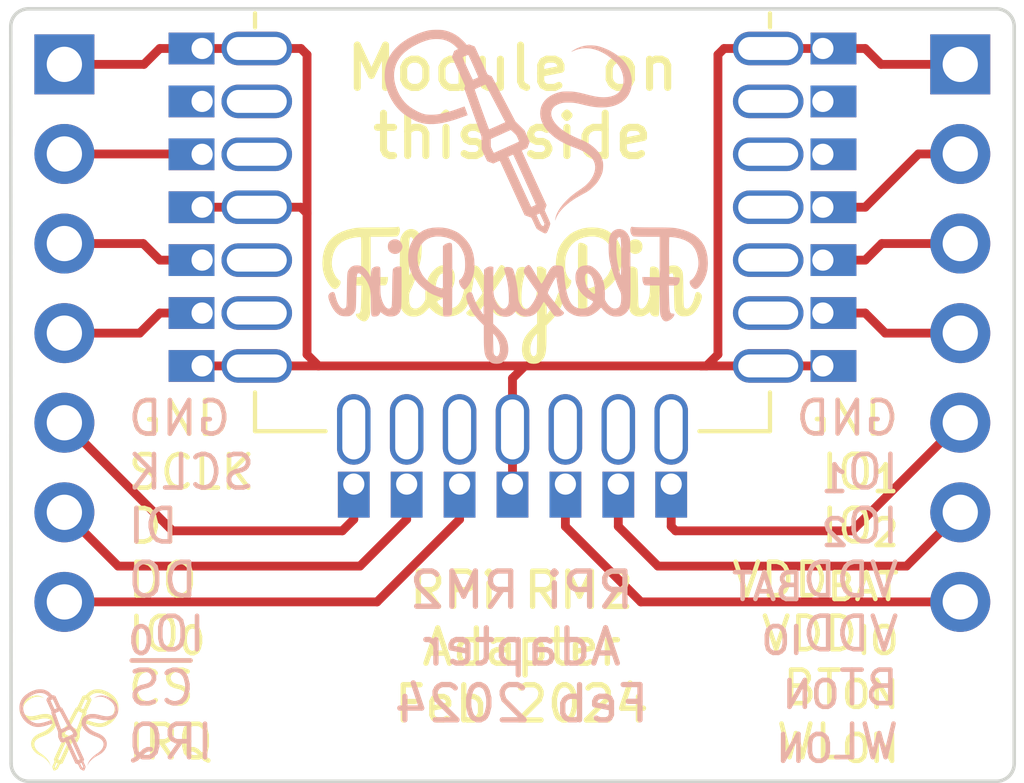
<source format=kicad_pcb>
(kicad_pcb (version 20211014) (generator pcbnew)
  (layers (0 "F.Cu" signal) (31 "B.Cu" signal) (34 "B.Paste" user) (35 "F.Paste" user) (36 "B.SilkS" user "B.Silkscreen") (37 "F.SilkS" user "F.Silkscreen") (38 "B.Mask" user) (39 "F.Mask" user) (44 "Edge.Cuts" user))
  (net 0 "")
  (net 1 "/GND")
  (net 3 "/SCLK")
  (net 4 "/DI")
  (net 5 "/DO")
  (net 6 "/GPIO0")
  (net 7 "/~{CS}")
  (net 8 "/IRQ")
  (net 9 "/WLON")
  (net 10 "/BTON")
  (net 11 "/VDDIO")
  (net 12 "/VDDBAT")
  (net 13 "/GPIO2")
  (net 14 "/GPIO1")
  (footprint "Fiducial:Fiducial_0.5mm_Mask1.5mm" (layer "F.Cu") (at 148.075 83.875)
    (fp_text reference "REF**" hide)
    (fp_text value "Fiducial_0.5mm_Mask1.5mm" hide)
  )
  (footprint "FlexyPin:FlexyPin_1x07_P1.50mm" (layer "F.Cu") (at 139.275 81.325)
    (fp_text reference "J2" hide)
    (fp_text value "Conn_01x07" hide)
    (pad "" thru_hole oval locked (at 1.55 6) (size 2 0.95) (drill oval 1.7 0.65) (layers *.Cu *.Mask))
    (pad "" thru_hole oval locked (at 1.55 3) (size 2 0.95) (drill oval 1.7 0.65) (layers *.Cu *.Mask))
    (pad "" thru_hole oval locked (at 1.55 1.5) (size 2 0.95) (drill oval 1.7 0.65) (layers *.Cu *.Mask))
    (pad "" thru_hole oval locked (at 1.55 7.5) (size 2 0.95) (drill oval 1.7 0.65) (layers *.Cu *.Mask))
    (pad "1" thru_hole rect locked (at 0 0) (size 1.3 0.9) (drill 0.6 (offset -0.3 0)) (layers *.Cu *.Mask) (net 1 "/GND"))
    (pad "1" thru_hole oval locked (at 1.55 0) (size 2 0.95) (drill oval 1.7 0.65) (layers *.Cu *.Mask) (net 1 "/GND"))
    (pad "2" thru_hole rect locked (at 0 1.5) (size 1.3 0.9) (drill 0.6 (offset -0.3 0)) (layers *.Cu *.Mask))
    (pad "3" thru_hole rect locked (at 0 3) (size 1.3 0.9) (drill 0.6 (offset -0.3 0)) (layers *.Cu *.Mask) (net 3 "/SCLK"))
    (pad "4" thru_hole rect locked (at 0 4.5) (size 1.3 0.9) (drill 0.6 (offset -0.3 0)) (layers *.Cu *.Mask) (net 1 "/GND"))
    (pad "4" thru_hole oval locked (at 1.55 4.5) (size 2 0.95) (drill oval 1.7 0.65) (layers *.Cu *.Mask) (net 1 "/GND"))
    (pad "5" thru_hole rect locked (at 0 6) (size 1.3 0.9) (drill 0.6 (offset -0.3 0)) (layers *.Cu *.Mask) (net 4 "/DI"))
    (pad "6" thru_hole rect locked (at 0 7.5) (size 1.3 0.9) (drill 0.6 (offset -0.3 0)) (layers *.Cu *.Mask) (net 5 "/DO"))
    (pad "7" thru_hole oval locked (at 1.55 9) (size 2 0.95) (drill oval 1.7 0.65) (layers *.Cu *.Mask) (net 1 "/GND"))
    (pad "7" thru_hole rect locked (at 0 9) (size 1.3 0.9) (drill 0.6 (offset -0.3 0)) (layers *.Cu *.Mask) (net 1 "/GND"))
  )
  (footprint "FlexyPin:FlexyPin_1x07_P1.50mm" (layer "F.Cu") (at 143.575 93.675 90)
    (fp_text reference "J3" hide)
    (fp_text value "Conn_01x07" hide)
    (pad "" thru_hole oval locked (at 1.55 3 90) (size 2 0.95) (drill oval 1.7 0.65) (layers *.Cu *.Mask))
    (pad "" thru_hole oval locked (at 1.55 7.5 90) (size 2 0.95) (drill oval 1.7 0.65) (layers *.Cu *.Mask))
    (pad "" thru_hole oval locked (at 1.55 9 90) (size 2 0.95) (drill oval 1.7 0.65) (layers *.Cu *.Mask))
    (pad "" thru_hole oval locked (at 1.55 6 90) (size 2 0.95) (drill oval 1.7 0.65) (layers *.Cu *.Mask))
    (pad "" thru_hole oval locked (at 1.55 1.5 90) (size 2 0.95) (drill oval 1.7 0.65) (layers *.Cu *.Mask))
    (pad "" thru_hole oval locked (at 1.55 0 90) (size 2 0.95) (drill oval 1.7 0.65) (layers *.Cu *.Mask))
    (pad "1" thru_hole rect locked (at 0 0 90) (size 1.3 0.9) (drill 0.6 (offset -0.3 0)) (layers *.Cu *.Mask) (net 6 "/GPIO0"))
    (pad "2" thru_hole rect locked (at 0 1.5 90) (size 1.3 0.9) (drill 0.6 (offset -0.3 0)) (layers *.Cu *.Mask) (net 7 "/~{CS}"))
    (pad "3" thru_hole rect locked (at 0 3 90) (size 1.3 0.9) (drill 0.6 (offset -0.3 0)) (layers *.Cu *.Mask) (net 8 "/IRQ"))
    (pad "4" thru_hole oval locked (at 1.55 4.5 90) (size 2 0.95) (drill oval 1.7 0.65) (layers *.Cu *.Mask) (net 1 "/GND"))
    (pad "4" thru_hole rect locked (at 0 4.5 90) (size 1.3 0.9) (drill 0.6 (offset -0.3 0)) (layers *.Cu *.Mask) (net 1 "/GND"))
    (pad "5" thru_hole rect locked (at 0 6 90) (size 1.3 0.9) (drill 0.6 (offset -0.3 0)) (layers *.Cu *.Mask) (net 9 "/WLON"))
    (pad "6" thru_hole rect locked (at 0 7.5 90) (size 1.3 0.9) (drill 0.6 (offset -0.3 0)) (layers *.Cu *.Mask) (net 10 "/BTON"))
    (pad "7" thru_hole rect locked (at 0 9 90) (size 1.3 0.9) (drill 0.6 (offset -0.3 0)) (layers *.Cu *.Mask) (net 11 "/VDDIO"))
  )
  (footprint "FlexyPin:FlexyPin_1x07_P1.50mm" (layer "F.Cu") (at 156.875 90.325 180)
    (fp_text reference "J4" hide)
    (fp_text value "Conn_01x07" hide)
    (pad "" thru_hole oval locked (at 1.55 6 180) (size 2 0.95) (drill oval 1.7 0.65) (layers *.Cu *.Mask))
    (pad "" thru_hole oval locked (at 1.55 1.5 180) (size 2 0.95) (drill oval 1.7 0.65) (layers *.Cu *.Mask))
    (pad "" thru_hole oval locked (at 1.55 3 180) (size 2 0.95) (drill oval 1.7 0.65) (layers *.Cu *.Mask))
    (pad "" thru_hole oval locked (at 1.55 4.5 180) (size 2 0.95) (drill oval 1.7 0.65) (layers *.Cu *.Mask))
    (pad "" thru_hole oval locked (at 1.55 7.5 180) (size 2 0.95) (drill oval 1.7 0.65) (layers *.Cu *.Mask))
    (pad "1" thru_hole oval locked (at 1.55 0 180) (size 2 0.95) (drill oval 1.7 0.65) (layers *.Cu *.Mask) (net 1 "/GND"))
    (pad "1" thru_hole rect locked (at 0 0 180) (size 1.3 0.9) (drill 0.6 (offset -0.3 0)) (layers *.Cu *.Mask) (net 1 "/GND"))
    (pad "2" thru_hole rect locked (at 0 1.5 180) (size 1.3 0.9) (drill 0.6 (offset -0.3 0)) (layers *.Cu *.Mask) (net 12 "/VDDBAT"))
    (pad "3" thru_hole rect locked (at 0 3 180) (size 1.3 0.9) (drill 0.6 (offset -0.3 0)) (layers *.Cu *.Mask) (net 13 "/GPIO2"))
    (pad "4" thru_hole rect locked (at 0 4.5 180) (size 1.3 0.9) (drill 0.6 (offset -0.3 0)) (layers *.Cu *.Mask) (net 14 "/GPIO1"))
    (pad "5" thru_hole rect locked (at 0 6 180) (size 1.3 0.9) (drill 0.6 (offset -0.3 0)) (layers *.Cu *.Mask))
    (pad "6" thru_hole rect locked (at 0 7.5 180) (size 1.3 0.9) (drill 0.6 (offset -0.3 0)) (layers *.Cu *.Mask))
    (pad "7" thru_hole rect locked (at 0 9 180) (size 1.3 0.9) (drill 0.6 (offset -0.3 0)) (layers *.Cu *.Mask) (net 1 "/GND"))
    (pad "7" thru_hole oval locked (at 1.55 9 180) (size 2 0.95) (drill oval 1.7 0.65) (layers *.Cu *.Mask) (net 1 "/GND"))
  )
  (footprint "Symbols_Extra:SolderParty-New-Logo_3x2.5mm_SilkScreen" (layer "F.Cu") (at 135.6 100.55)
    (fp_text reference "G***" hide)
    (fp_text value "LOGO" hide)
  )
  (footprint "LOGO" (layer "F.Cu") (at 148.075 88.325)
    (fp_text reference "G***" hide)
    (fp_text value "LOGO" hide)
  )
  (footprint "Connector_PinHeader_2.54mm:PinHeader_1x07_P2.54mm_Vertical" (layer "B.Cu") (at 160.77 81.775 180)
    (fp_text reference "J10" hide)
    (fp_text value "Conn_01x07" hide)
    (pad "1" thru_hole rect (at 0 0 180) (size 1.7 1.7) (drill 1) (layers *.Cu *.Mask) (net 1 "/GND"))
    (pad "2" thru_hole oval (at 0 -2.54 180) (size 1.7 1.7) (drill 1) (layers *.Cu *.Mask) (net 14 "/GPIO1"))
    (pad "3" thru_hole oval (at 0 -5.08 180) (size 1.7 1.7) (drill 1) (layers *.Cu *.Mask) (net 13 "/GPIO2"))
    (pad "4" thru_hole oval (at 0 -7.62 180) (size 1.7 1.7) (drill 1) (layers *.Cu *.Mask) (net 12 "/VDDBAT"))
    (pad "5" thru_hole oval (at 0 -10.16 180) (size 1.7 1.7) (drill 1) (layers *.Cu *.Mask) (net 11 "/VDDIO"))
    (pad "6" thru_hole oval (at 0 -12.7 180) (size 1.7 1.7) (drill 1) (layers *.Cu *.Mask) (net 10 "/BTON"))
    (pad "7" thru_hole oval (at 0 -15.24 180) (size 1.7 1.7) (drill 1) (layers *.Cu *.Mask) (net 9 "/WLON"))
  )
  (footprint "LOGO" (layer "B.Cu") (at 148.225 88.325 180)
    (fp_text reference "G***" hide)
    (fp_text value "LOGO" hide)
  )
  (footprint "Connector_PinHeader_2.54mm:PinHeader_1x07_P2.54mm_Vertical" (layer "B.Cu") (at 135.37 81.775 180)
    (fp_text reference "J1" hide)
    (fp_text value "Conn_01x07" hide)
    (pad "1" thru_hole rect (at 0 0 180) (size 1.7 1.7) (drill 1) (layers *.Cu *.Mask) (net 1 "/GND"))
    (pad "2" thru_hole oval (at 0 -2.54 180) (size 1.7 1.7) (drill 1) (layers *.Cu *.Mask) (net 3 "/SCLK"))
    (pad "3" thru_hole oval (at 0 -5.08 180) (size 1.7 1.7) (drill 1) (layers *.Cu *.Mask) (net 4 "/DI"))
    (pad "4" thru_hole oval (at 0 -7.62 180) (size 1.7 1.7) (drill 1) (layers *.Cu *.Mask) (net 5 "/DO"))
    (pad "5" thru_hole oval (at 0 -10.16 180) (size 1.7 1.7) (drill 1) (layers *.Cu *.Mask) (net 6 "/GPIO0"))
    (pad "6" thru_hole oval (at 0 -12.7 180) (size 1.7 1.7) (drill 1) (layers *.Cu *.Mask) (net 7 "/~{CS}"))
    (pad "7" thru_hole oval (at 0 -15.24 180) (size 1.7 1.7) (drill 1) (layers *.Cu *.Mask) (net 8 "/IRQ"))
  )
  (footprint "Symbols_Extra:SolderParty-New-Logo_7.5x6.4mm_SilkScreen" (layer "B.Cu") (at 147.714739 83.439 180)
    (fp_text reference "G***" hide)
    (fp_text value "LOGO" hide)
  )
  (footprint "Symbols_Extra:SolderParty-New-Logo_3x2.5mm_SilkScreen" (layer "B.Cu") (at 135.4 100.55 180)
    (fp_text reference "G***" hide)
    (fp_text value "LOGO" hide)
  )
  (gr_line (start 140.775 80.725) (end 140.775 80.325) (layer "F.SilkS") (width 0.12))
  (gr_line (start 155.375 92.175) (end 153.375 92.175) (layer "F.SilkS") (width 0.12))
  (gr_line (start 140.775 92.175) (end 142.775 92.175) (layer "F.SilkS") (width 0.12))
  (gr_line (start 155.375 80.725) (end 155.375 80.325) (layer "F.SilkS") (width 0.12))
  (gr_line (start 155.375 92.175) (end 155.375 91.075) (layer "F.SilkS") (width 0.12))
  (gr_line (start 140.775 92.175) (end 140.775 91.075) (layer "F.SilkS") (width 0.12))
  (gr_line (start 134.35 80.2) (end 161.8 80.2) (layer "Edge.Cuts") (width 0.1))
  (gr_line (start 161.8 102.1) (end 134.36 102.1) (layer "Edge.Cuts") (width 0.1))
  (gr_arc (start 161.8 80.2) (mid 162.153553 80.346447) (end 162.3 80.7) (layer "Edge.Cuts") (width 0.1))
  (gr_line (start 162.3 80.7) (end 162.3 101.6) (layer "Edge.Cuts") (width 0.1))
  (gr_arc (start 134.36 102.1) (mid 134.006447 101.953553) (end 133.86 101.6) (layer "Edge.Cuts") (width 0.1))
  (gr_line (start 133.86 101.6) (end 133.85 80.7) (layer "Edge.Cuts") (width 0.1))
  (gr_arc (start 133.85 80.7) (mid 133.996447 80.346447) (end 134.35 80.2) (layer "Edge.Cuts") (width 0.1))
  (gr_arc (start 162.3 101.6) (mid 162.153553 101.953553) (end 161.8 102.1) (layer "Edge.Cuts") (width 0.1))
  (gr_text "RPi RM2\nAdapter\nFeb 2024" (at 148.333079 98.293467) (layer "B.SilkS") (effects (font (size 1 1)) (justify mirror)))
  (gr_text "GND\nIO_{1}\nIO_{2}\nVDD_{BAT}\nVDD_{IO}\nBT_{ON}\nWL_{ON}" (at 159.1 96.393) (layer "B.SilkS") (effects (font (size 0.95 0.95) (thickness 0.13)) (justify left mirror)))
  (gr_text "GND\nSCLK\nDI\nDO\nIO_{0}\n~{CS}\nIRQ" (at 137.1 96.396848) (layer "B.SilkS") (effects (font (size 0.95 0.95) (thickness 0.13)) (justify right mirror)))
  (gr_text "GND\nSCLK\nDI\nDO\nIO_{0}\n~{CS}\nIRQ" (at 137.102449 96.4) (layer "F.SilkS") (effects (font (size 0.95 0.95) (thickness 0.13)) (justify left)))
  (gr_text "Module on\nthis side" (at 148.075 82.85) (layer "F.SilkS") (effects (font (size 1.2 1.2) (thickness 0.2) bold)))
  (gr_text "GND\nIO_{1}\nIO_{2}\nVDD_{BAT}\nVDD_{IO}\nBT_{ON}\nWL_{ON}" (at 159.1 96.393) (layer "F.SilkS") (effects (font (size 0.95 0.95) (thickness 0.13)) (justify right)))
  (gr_text "RPi RM2\nAdapter\nFeb 2024" (at 148.336 98.298) (layer "F.SilkS") (effects (font (size 1 1))))
  (segment (start 140.825 90.325) (end 142.575 90.325) (width 0.25) (layer "F.Cu") (net 1))
  (segment (start 154.075 81.325) (end 153.9 81.5) (width 0.25) (layer "F.Cu") (net 1))
  (segment (start 138.075 81.325) (end 137.625 81.775) (width 0.25) (layer "F.Cu") (net 1))
  (segment (start 137.625 81.775) (end 135.37 81.775) (width 0.25) (layer "F.Cu") (net 1))
  (segment (start 139.275 81.325) (end 138.075 81.325) (width 0.25) (layer "F.Cu") (net 1))
  (segment (start 148.425 90.325) (end 153.425 90.325) (width 0.25) (layer "F.Cu") (net 1))
  (segment (start 148.075 90.675) (end 148.425 90.325) (width 0.25) (layer "F.Cu") (net 1))
  (segment (start 140.825 81.325) (end 142.075 81.325) (width 0.25) (layer "F.Cu") (net 1))
  (segment (start 142.575 90.325) (end 148.425 90.325) (width 0.25) (layer "F.Cu") (net 1))
  (segment (start 156.875 90.325) (end 155.325 90.325) (width 0.25) (layer "F.Cu") (net 1))
  (segment (start 148.075 92.125) (end 148.075 90.675) (width 0.25) (layer "F.Cu") (net 1))
  (segment (start 142.25 86) (end 142.25 90) (width 0.25) (layer "F.Cu") (net 1))
  (segment (start 142.075 81.325) (end 142.25 81.5) (width 0.25) (layer "F.Cu") (net 1))
  (segment (start 140.825 85.825) (end 142.075 85.825) (width 0.25) (layer "F.Cu") (net 1))
  (segment (start 156.875 81.325) (end 155.325 81.325) (width 0.25) (layer "F.Cu") (net 1))
  (segment (start 156.875 81.325) (end 158.075 81.325) (width 0.25) (layer "F.Cu") (net 1))
  (segment (start 142.25 81.5) (end 142.25 86) (width 0.25) (layer "F.Cu") (net 1))
  (segment (start 139.275 81.325) (end 140.825 81.325) (width 0.25) (layer "F.Cu") (net 1))
  (segment (start 139.275 85.825) (end 140.825 85.825) (width 0.25) (layer "F.Cu") (net 1))
  (segment (start 158.075 81.325) (end 158.525 81.775) (width 0.25) (layer "F.Cu") (net 1))
  (segment (start 153.575 90.325) (end 153.425 90.325) (width 0.25) (layer "F.Cu") (net 1))
  (segment (start 158.525 81.775) (end 160.77 81.775) (width 0.25) (layer "F.Cu") (net 1))
  (segment (start 139.275 90.325) (end 140.825 90.325) (width 0.25) (layer "F.Cu") (net 1))
  (segment (start 153.425 90.325) (end 155.325 90.325) (width 0.25) (layer "F.Cu") (net 1))
  (segment (start 155.325 81.325) (end 154.075 81.325) (width 0.25) (layer "F.Cu") (net 1))
  (segment (start 153.9 90) (end 153.575 90.325) (width 0.25) (layer "F.Cu") (net 1))
  (segment (start 153.9 81.5) (end 153.9 90) (width 0.25) (layer "F.Cu") (net 1))
  (segment (start 148.075 93.675) (end 148.075 92.125) (width 0.25) (layer "F.Cu") (net 1))
  (segment (start 142.25 90) (end 142.575 90.325) (width 0.25) (layer "F.Cu") (net 1))
  (segment (start 142.075 85.825) (end 142.25 86) (width 0.25) (layer "F.Cu") (net 1))
  (segment (start 139.265 84.315) (end 135.37 84.315) (width 0.25) (layer "F.Cu") (net 3))
  (segment (start 139.275 84.325) (end 139.265 84.315) (width 0.25) (layer "F.Cu") (net 3))
  (segment (start 138.075 87.325) (end 137.605 86.855) (width 0.25) (layer "F.Cu") (net 4))
  (segment (start 137.605 86.855) (end 135.37 86.855) (width 0.25) (layer "F.Cu") (net 4))
  (segment (start 139.275 87.325) (end 138.075 87.325) (width 0.25) (layer "F.Cu") (net 4))
  (segment (start 138.075 88.825) (end 137.505 89.395) (width 0.25) (layer "F.Cu") (net 5))
  (segment (start 139.275 88.825) (end 138.075 88.825) (width 0.25) (layer "F.Cu") (net 5))
  (segment (start 137.505 89.395) (end 135.37 89.395) (width 0.25) (layer "F.Cu") (net 5))
  (segment (start 143.25 95) (end 138.435 95) (width 0.25) (layer "F.Cu") (net 6))
  (segment (start 143.575 94.675) (end 143.25 95) (width 0.25) (layer "F.Cu") (net 6))
  (segment (start 143.575 93.675) (end 143.575 94.675) (width 0.25) (layer "F.Cu") (net 6))
  (segment (start 138.435 95) (end 135.37 91.935) (width 0.25) (layer "F.Cu") (net 6))
  (segment (start 145.075 93.675) (end 145.075 94.675) (width 0.25) (layer "F.Cu") (net 7))
  (segment (start 143.75 96) (end 136.895 96) (width 0.25) (layer "F.Cu") (net 7))
  (segment (start 145.075 94.675) (end 143.75 96) (width 0.25) (layer "F.Cu") (net 7))
  (segment (start 136.895 96) (end 135.37 94.475) (width 0.25) (layer "F.Cu") (net 7))
  (segment (start 146.575 93.675) (end 146.575 94.675) (width 0.25) (layer "F.Cu") (net 8))
  (segment (start 144.235 97.015) (end 135.37 97.015) (width 0.25) (layer "F.Cu") (net 8))
  (segment (start 146.575 94.675) (end 144.235 97.015) (width 0.25) (layer "F.Cu") (net 8))
  (segment (start 151.715 97.015) (end 160.77 97.015) (width 0.25) (layer "F.Cu") (net 9))
  (segment (start 149.575 93.675) (end 149.575 94.875) (width 0.25) (layer "F.Cu") (net 9))
  (segment (start 149.575 94.875) (end 151.715 97.015) (width 0.25) (layer "F.Cu") (net 9))
  (segment (start 151.075 93.675) (end 151.075 94.875) (width 0.25) (layer "F.Cu") (net 10))
  (segment (start 151.075 94.875) (end 152.2 96) (width 0.25) (layer "F.Cu") (net 10))
  (segment (start 159.245 96) (end 160.77 94.475) (width 0.25) (layer "F.Cu") (net 10))
  (segment (start 152.2 96) (end 159.245 96) (width 0.25) (layer "F.Cu") (net 10))
  (segment (start 157.705 95) (end 160.77 91.935) (width 0.25) (layer "F.Cu") (net 11))
  (segment (start 152.7 95) (end 157.705 95) (width 0.25) (layer "F.Cu") (net 11))
  (segment (start 152.575 93.675) (end 152.575 94.875) (width 0.25) (layer "F.Cu") (net 11))
  (segment (start 152.575 94.875) (end 152.7 95) (width 0.25) (layer "F.Cu") (net 11))
  (segment (start 158.645 89.395) (end 160.77 89.395) (width 0.25) (layer "F.Cu") (net 12))
  (segment (start 156.875 88.825) (end 158.075 88.825) (width 0.25) (layer "F.Cu") (net 12))
  (segment (start 158.075 88.825) (end 158.645 89.395) (width 0.25) (layer "F.Cu") (net 12))
  (segment (start 156.875 87.325) (end 158.075 87.325) (width 0.25) (layer "F.Cu") (net 13))
  (segment (start 158.075 87.325) (end 158.545 86.855) (width 0.25) (layer "F.Cu") (net 13))
  (segment (start 158.545 86.855) (end 160.77 86.855) (width 0.25) (layer "F.Cu") (net 13))
  (segment (start 158.075 85.825) (end 159.585 84.315) (width 0.25) (layer "F.Cu") (net 14))
  (segment (start 159.585 84.315) (end 160.77 84.315) (width 0.25) (layer "F.Cu") (net 14))
  (segment (start 156.875 85.825) (end 158.075 85.825) (width 0.25) (layer "F.Cu") (net 14))
)
</source>
